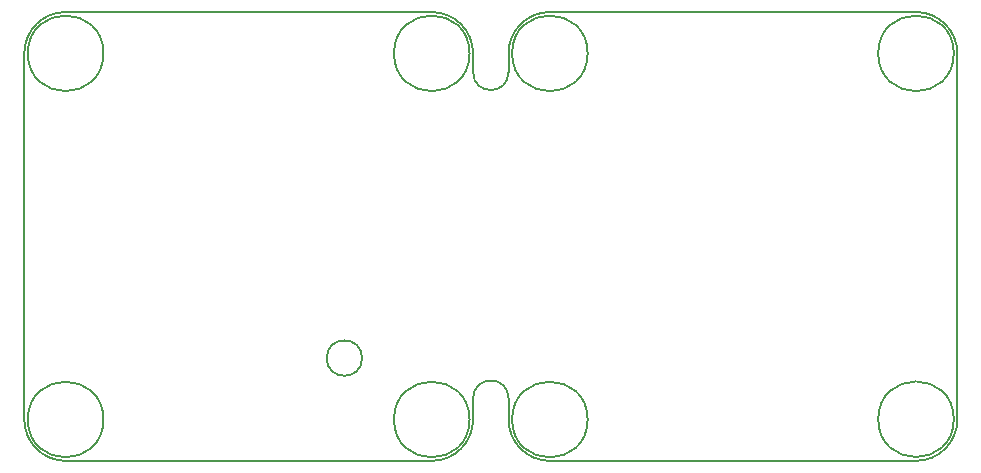
<source format=gbr>
%TF.GenerationSoftware,KiCad,Pcbnew,(5.1.8-0-10_14)*%
%TF.CreationDate,2021-09-02T11:11:12+02:00*%
%TF.ProjectId,ethersweep,65746865-7273-4776-9565-702e6b696361,2.0.1*%
%TF.SameCoordinates,Original*%
%TF.FileFunction,Other,Comment*%
%FSLAX46Y46*%
G04 Gerber Fmt 4.6, Leading zero omitted, Abs format (unit mm)*
G04 Created by KiCad (PCBNEW (5.1.8-0-10_14)) date 2021-09-02 11:11:12*
%MOMM*%
%LPD*%
G01*
G04 APERTURE LIST*
%TA.AperFunction,Profile*%
%ADD10C,0.150000*%
%TD*%
%ADD11C,0.150000*%
G04 APERTURE END LIST*
D10*
X221600000Y-26700000D02*
G75*
G02*
X225100000Y-30200000I0J-3500000D01*
G01*
X184100000Y-60700000D02*
X184100000Y-59400000D01*
X187100000Y-31800000D02*
X187100000Y-30700000D01*
X187100000Y-31800000D02*
G75*
G02*
X184100000Y-31800000I-1500000J0D01*
G01*
X187100000Y-61200000D02*
X187100000Y-59400000D01*
X184100000Y-31800000D02*
X184100000Y-30200000D01*
X184100000Y-59400000D02*
G75*
G02*
X187100000Y-59400000I1500000J0D01*
G01*
X184100000Y-61200000D02*
X184100000Y-60700000D01*
X187100000Y-30200000D02*
X187100000Y-30700000D01*
X174700000Y-56000000D02*
G75*
G03*
X174700000Y-56000000I-1500000J0D01*
G01*
X149600000Y-64700000D02*
G75*
G02*
X146100000Y-61200000I0J3500000D01*
G01*
X149600000Y-64700000D02*
X180600000Y-64700000D01*
X190600000Y-26700000D02*
X221600000Y-26700000D01*
X187100000Y-30200000D02*
G75*
G02*
X190600000Y-26700000I3500000J0D01*
G01*
X225100000Y-61200000D02*
G75*
G02*
X221600000Y-64700000I-3500000J0D01*
G01*
X190600000Y-64700000D02*
G75*
G02*
X187100000Y-61200000I0J3500000D01*
G01*
X190600000Y-64700000D02*
X221600000Y-64700000D01*
X225100000Y-61200000D02*
X225100000Y-30200000D01*
X146100000Y-30200000D02*
X146100000Y-61200000D01*
X184100000Y-61200000D02*
G75*
G02*
X180600000Y-64700000I-3500000J0D01*
G01*
X180600000Y-26700000D02*
G75*
G02*
X184100000Y-30200000I0J-3500000D01*
G01*
X146100000Y-30200000D02*
G75*
G02*
X149600000Y-26700000I3500000J0D01*
G01*
X180600000Y-26700000D02*
X149600000Y-26700000D01*
D11*
X152800000Y-61200000D02*
G75*
G03*
X152800000Y-61200000I-3200000J0D01*
G01*
X224800000Y-30200000D02*
G75*
G03*
X224800000Y-30200000I-3200000J0D01*
G01*
X193800000Y-61200000D02*
G75*
G03*
X193800000Y-61200000I-3200000J0D01*
G01*
X224800000Y-61175001D02*
G75*
G03*
X224800000Y-61175001I-3200000J0D01*
G01*
X193800000Y-30200000D02*
G75*
G03*
X193800000Y-30200000I-3200000J0D01*
G01*
X152800000Y-30200000D02*
G75*
G03*
X152800000Y-30200000I-3200000J0D01*
G01*
X183800000Y-30200000D02*
G75*
G03*
X183800000Y-30200000I-3200000J0D01*
G01*
X183800000Y-61200000D02*
G75*
G03*
X183800000Y-61200000I-3200000J0D01*
G01*
M02*

</source>
